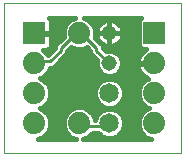
<source format=gtl>
G75*
%MOIN*%
%OFA0B0*%
%FSLAX25Y25*%
%IPPOS*%
%LPD*%
%AMOC8*
5,1,8,0,0,1.08239X$1,22.5*
%
%ADD10C,0.00000*%
%ADD11C,0.06500*%
%ADD12C,0.05150*%
%ADD13R,0.07400X0.07400*%
%ADD14C,0.07400*%
%ADD15C,0.01600*%
%ADD16C,0.01000*%
D10*
X0001800Y0001800D02*
X0001800Y0051761D01*
X0060501Y0051761D01*
X0060501Y0001800D01*
X0001800Y0001800D01*
D11*
X0036800Y0011800D03*
X0036800Y0021800D03*
D12*
X0036800Y0031800D03*
X0036800Y0041800D03*
D13*
X0051800Y0041800D03*
X0011800Y0041800D03*
D14*
X0011800Y0031800D03*
X0011800Y0021800D03*
X0011800Y0011800D03*
X0026800Y0011800D03*
X0051800Y0011800D03*
X0051800Y0021800D03*
X0051800Y0031800D03*
X0026800Y0041800D03*
D15*
X0031136Y0044960D02*
X0033773Y0044960D01*
X0033950Y0045137D02*
X0033463Y0044650D01*
X0033058Y0044093D01*
X0032746Y0043479D01*
X0032533Y0042824D01*
X0032425Y0042144D01*
X0032425Y0041800D01*
X0036800Y0041800D01*
X0036800Y0041800D01*
X0036800Y0046175D01*
X0036456Y0046175D01*
X0035776Y0046067D01*
X0035121Y0045854D01*
X0034507Y0045542D01*
X0033950Y0045137D01*
X0032707Y0043361D02*
X0031890Y0043361D01*
X0032100Y0042854D02*
X0031293Y0044802D01*
X0029802Y0046293D01*
X0028191Y0046961D01*
X0047298Y0046961D01*
X0046500Y0046163D01*
X0046500Y0037437D01*
X0047437Y0036500D01*
X0048912Y0036500D01*
X0048217Y0035995D01*
X0047605Y0035383D01*
X0047096Y0034683D01*
X0046703Y0033911D01*
X0046435Y0033088D01*
X0046300Y0032233D01*
X0046300Y0032000D01*
X0051600Y0032000D01*
X0051600Y0031600D01*
X0046300Y0031600D01*
X0046300Y0031367D01*
X0046435Y0030512D01*
X0046703Y0029689D01*
X0047096Y0028917D01*
X0047605Y0028217D01*
X0048217Y0027605D01*
X0048917Y0027096D01*
X0049689Y0026703D01*
X0049744Y0026685D01*
X0048798Y0026293D01*
X0047307Y0024802D01*
X0046500Y0022854D01*
X0046500Y0020746D01*
X0047307Y0018798D01*
X0048798Y0017307D01*
X0050022Y0016800D01*
X0048798Y0016293D01*
X0047307Y0014802D01*
X0046500Y0012854D01*
X0046500Y0010746D01*
X0047307Y0008798D01*
X0048798Y0007307D01*
X0050504Y0006600D01*
X0028096Y0006600D01*
X0029802Y0007307D01*
X0031195Y0008700D01*
X0033041Y0008700D01*
X0034053Y0007688D01*
X0035835Y0006950D01*
X0037765Y0006950D01*
X0039547Y0007688D01*
X0040912Y0009053D01*
X0041650Y0010835D01*
X0041650Y0012765D01*
X0040912Y0014547D01*
X0039547Y0015912D01*
X0037765Y0016650D01*
X0035835Y0016650D01*
X0034053Y0015912D01*
X0032688Y0014547D01*
X0032044Y0012991D01*
X0031293Y0014802D01*
X0029802Y0016293D01*
X0027854Y0017100D01*
X0025746Y0017100D01*
X0023798Y0016293D01*
X0022307Y0014802D01*
X0021500Y0012854D01*
X0021500Y0010746D01*
X0022307Y0008798D01*
X0023798Y0007307D01*
X0025504Y0006600D01*
X0013096Y0006600D01*
X0014802Y0007307D01*
X0016293Y0008798D01*
X0017100Y0010746D01*
X0017100Y0012854D01*
X0016293Y0014802D01*
X0014802Y0016293D01*
X0013578Y0016800D01*
X0014802Y0017307D01*
X0016293Y0018798D01*
X0017100Y0020746D01*
X0017100Y0022854D01*
X0016293Y0024802D01*
X0014802Y0026293D01*
X0013578Y0026800D01*
X0014802Y0027307D01*
X0016293Y0028798D01*
X0016915Y0030300D01*
X0017970Y0030300D01*
X0022800Y0035130D01*
X0022800Y0036030D01*
X0023995Y0037225D01*
X0025746Y0036500D01*
X0027854Y0036500D01*
X0029251Y0037079D01*
X0030300Y0036030D01*
X0030300Y0035130D01*
X0031530Y0033900D01*
X0032676Y0032754D01*
X0032625Y0032630D01*
X0032625Y0030970D01*
X0033261Y0029435D01*
X0034435Y0028261D01*
X0035970Y0027625D01*
X0037630Y0027625D01*
X0039165Y0028261D01*
X0040339Y0029435D01*
X0040975Y0030970D01*
X0040975Y0032630D01*
X0040339Y0034165D01*
X0039165Y0035339D01*
X0037630Y0035975D01*
X0035970Y0035975D01*
X0035563Y0035807D01*
X0034500Y0036870D01*
X0034500Y0037770D01*
X0031931Y0040339D01*
X0032100Y0040746D01*
X0032100Y0042854D01*
X0032100Y0041763D02*
X0032425Y0041763D01*
X0032425Y0041800D02*
X0032425Y0041456D01*
X0032533Y0040776D01*
X0032746Y0040121D01*
X0033058Y0039507D01*
X0033463Y0038950D01*
X0033950Y0038463D01*
X0034507Y0038058D01*
X0035121Y0037746D01*
X0035776Y0037533D01*
X0036456Y0037425D01*
X0036800Y0037425D01*
X0037144Y0037425D01*
X0037824Y0037533D01*
X0038479Y0037746D01*
X0039093Y0038058D01*
X0039650Y0038463D01*
X0040137Y0038950D01*
X0040542Y0039507D01*
X0040854Y0040121D01*
X0041067Y0040776D01*
X0041175Y0041456D01*
X0041175Y0041800D01*
X0041175Y0042144D01*
X0041067Y0042824D01*
X0040854Y0043479D01*
X0040542Y0044093D01*
X0040137Y0044650D01*
X0039650Y0045137D01*
X0039093Y0045542D01*
X0038479Y0045854D01*
X0037824Y0046067D01*
X0037144Y0046175D01*
X0036800Y0046175D01*
X0036800Y0041800D01*
X0041175Y0041800D01*
X0036800Y0041800D01*
X0036800Y0041800D01*
X0036800Y0041800D01*
X0036800Y0037425D01*
X0036800Y0041800D01*
X0036800Y0041800D01*
X0032425Y0041800D01*
X0032732Y0040164D02*
X0032106Y0040164D01*
X0033704Y0038566D02*
X0033847Y0038566D01*
X0034500Y0036967D02*
X0046970Y0036967D01*
X0046500Y0038566D02*
X0039753Y0038566D01*
X0040868Y0040164D02*
X0046500Y0040164D01*
X0046500Y0041763D02*
X0041175Y0041763D01*
X0040893Y0043361D02*
X0046500Y0043361D01*
X0046500Y0044960D02*
X0039827Y0044960D01*
X0036800Y0044960D02*
X0036800Y0044960D01*
X0036800Y0043361D02*
X0036800Y0043361D01*
X0036800Y0041763D02*
X0036800Y0041763D01*
X0036800Y0040164D02*
X0036800Y0040164D01*
X0036800Y0038566D02*
X0036800Y0038566D01*
X0039094Y0035369D02*
X0047594Y0035369D01*
X0046657Y0033770D02*
X0040503Y0033770D01*
X0040975Y0032172D02*
X0046300Y0032172D01*
X0046426Y0030573D02*
X0040811Y0030573D01*
X0039879Y0028975D02*
X0047067Y0028975D01*
X0048532Y0027376D02*
X0014872Y0027376D01*
X0015318Y0025778D02*
X0033919Y0025778D01*
X0034053Y0025912D02*
X0032688Y0024547D01*
X0031950Y0022765D01*
X0031950Y0020835D01*
X0032688Y0019053D01*
X0034053Y0017688D01*
X0035835Y0016950D01*
X0037765Y0016950D01*
X0039547Y0017688D01*
X0040912Y0019053D01*
X0041650Y0020835D01*
X0041650Y0022765D01*
X0040912Y0024547D01*
X0039547Y0025912D01*
X0037765Y0026650D01*
X0035835Y0026650D01*
X0034053Y0025912D01*
X0032536Y0024179D02*
X0016551Y0024179D01*
X0017100Y0022581D02*
X0031950Y0022581D01*
X0031950Y0020982D02*
X0017100Y0020982D01*
X0016536Y0019384D02*
X0032551Y0019384D01*
X0033956Y0017785D02*
X0015280Y0017785D01*
X0014909Y0016187D02*
X0023691Y0016187D01*
X0022218Y0014588D02*
X0016382Y0014588D01*
X0017044Y0012990D02*
X0021556Y0012990D01*
X0021500Y0011391D02*
X0017100Y0011391D01*
X0016705Y0009793D02*
X0021895Y0009793D01*
X0022911Y0008194D02*
X0015689Y0008194D01*
X0029909Y0016187D02*
X0034717Y0016187D01*
X0032729Y0014588D02*
X0031382Y0014588D01*
X0038883Y0016187D02*
X0048691Y0016187D01*
X0048320Y0017785D02*
X0039644Y0017785D01*
X0041049Y0019384D02*
X0047064Y0019384D01*
X0046500Y0020982D02*
X0041650Y0020982D01*
X0041650Y0022581D02*
X0046500Y0022581D01*
X0047049Y0024179D02*
X0041064Y0024179D01*
X0039681Y0025778D02*
X0048282Y0025778D01*
X0047218Y0014588D02*
X0040871Y0014588D01*
X0041557Y0012990D02*
X0046556Y0012990D01*
X0046500Y0011391D02*
X0041650Y0011391D01*
X0041218Y0009793D02*
X0046895Y0009793D01*
X0047911Y0008194D02*
X0040053Y0008194D01*
X0033547Y0008194D02*
X0030689Y0008194D01*
X0033721Y0028975D02*
X0016366Y0028975D01*
X0018243Y0030573D02*
X0032789Y0030573D01*
X0032625Y0032172D02*
X0019842Y0032172D01*
X0021440Y0033770D02*
X0031660Y0033770D01*
X0030300Y0035369D02*
X0022800Y0035369D01*
X0023737Y0036967D02*
X0024618Y0036967D01*
X0020994Y0040164D02*
X0017300Y0040164D01*
X0017300Y0041600D02*
X0012000Y0041600D01*
X0012000Y0042000D01*
X0017300Y0042000D01*
X0017300Y0045737D01*
X0017177Y0046195D01*
X0016940Y0046605D01*
X0016605Y0046940D01*
X0016570Y0046961D01*
X0025409Y0046961D01*
X0023798Y0046293D01*
X0022307Y0044802D01*
X0021500Y0042854D01*
X0021500Y0040746D01*
X0021522Y0040692D01*
X0018600Y0037770D01*
X0018600Y0036870D01*
X0016363Y0034633D01*
X0016293Y0034802D01*
X0014802Y0036293D01*
X0014786Y0036300D01*
X0015737Y0036300D01*
X0016195Y0036423D01*
X0016605Y0036660D01*
X0016940Y0036995D01*
X0017177Y0037405D01*
X0017300Y0037863D01*
X0017300Y0041600D01*
X0017300Y0043361D02*
X0021710Y0043361D01*
X0021500Y0041763D02*
X0012000Y0041763D01*
X0017300Y0044960D02*
X0022464Y0044960D01*
X0024438Y0046558D02*
X0016967Y0046558D01*
X0017300Y0038566D02*
X0019396Y0038566D01*
X0018600Y0036967D02*
X0016913Y0036967D01*
X0017099Y0035369D02*
X0015727Y0035369D01*
X0028982Y0036967D02*
X0029363Y0036967D01*
X0029162Y0046558D02*
X0046896Y0046558D01*
D16*
X0032400Y0036900D02*
X0032400Y0036000D01*
X0036000Y0032400D01*
X0036800Y0031800D01*
X0032400Y0036900D02*
X0027000Y0042300D01*
X0026800Y0041800D01*
X0026100Y0042300D01*
X0020700Y0036900D01*
X0020700Y0036000D01*
X0017100Y0032400D01*
X0012600Y0032400D01*
X0011800Y0031800D01*
X0026800Y0011800D02*
X0027000Y0011700D01*
X0027900Y0010800D01*
X0033300Y0010800D01*
X0034200Y0011700D01*
X0036000Y0011700D01*
X0036800Y0011800D01*
M02*

</source>
